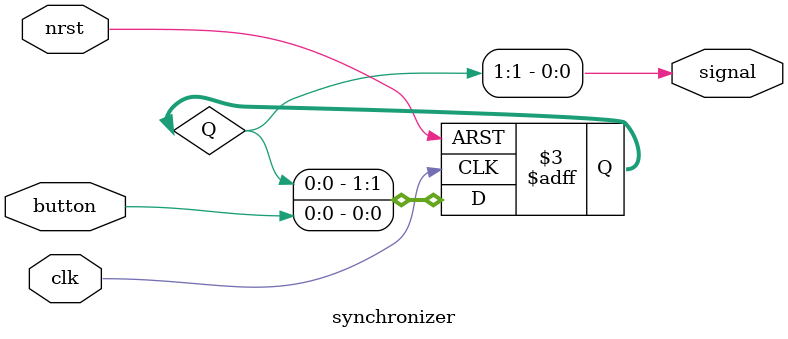
<source format=v>
module synchronizer (
	button,
	clk,
	nrst,
	signal
);
	input wire button;
	input wire clk;
	input wire nrst;
	output wire signal;
	reg [1:0] Q;
	always @(posedge clk or negedge nrst)
		if (~nrst)
			Q <= 0;
		else
			Q <= {Q[0], button};
	assign signal = Q[1];
endmodule

</source>
